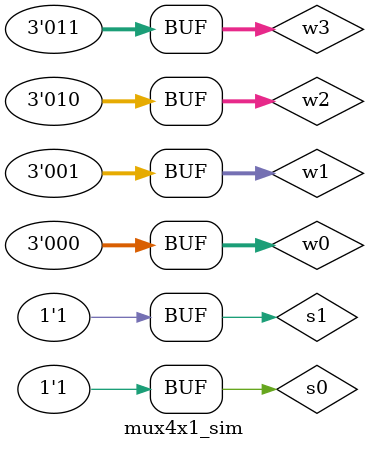
<source format=v>
`timescale 1ns / 1ps


module mux4x1_sim( );
reg[2:0] w0,w1,w2,w3;
reg s0,s1;
wire[2:0] f;
mux4x1 test(.s1(s1),.s0(s0),.w0(w0),.w1(w1),.w2(w2),.w3(w3),.f(f));
initial
begin
  w0=3'b000;
  w1=3'b001;
  w2=3'b010;
  w3=3'b011;
  #100 s0=0; s1=0;
  #100 s0=0; s1=1;
  #100 s0=1; s1=0;
  #100 s0=1; s1=1;
end
endmodule

</source>
